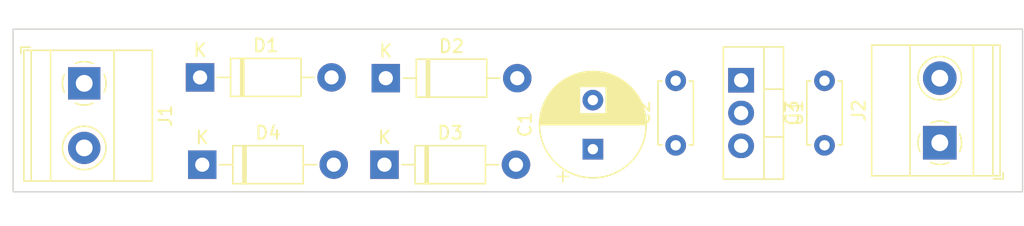
<source format=kicad_pcb>
(kicad_pcb (version 20211014) (generator pcbnew)
  (layers (0 "F.Cu" signal) (31 "B.Cu" signal) (34 "B.Paste" user) (35 "F.Paste" user) (36 "B.SilkS" user "B.Silkscreen") (37 "F.SilkS" user "F.Silkscreen") (38 "B.Mask" user) (39 "F.Mask" user) (44 "Edge.Cuts" user))
  (net 0 "")
  (net 1 "Net-(D1-Pad1)")
  (net 2 "Net-(D2-Pad1)")
  (net 3 "Net-(C3-Pad1)")
  (net 4 "GND")
  (net 5 "Net-(C1-Pad1)")
  (footprint "TerminalBlock_Phoenix:TerminalBlock_Phoenix_MKDS-1,5-2_1x02_P5.00mm_Horizontal" (layer "F.Cu") (at 138.705 76.1 90)
    (fp_text reference "J2" (at 2.5 -6.26 90) (layer "F.SilkS"))
    (fp_text value "Screw_Terminal_01x02")
    (fp_line (start 6.07 -1.275) (end 6.035 -1.239) (layer "F.SilkS") (width 0.12))
    (fp_line (start -2.56 2.6) (end 7.56 2.6) (layer "F.SilkS") (width 0.12))
    (fp_line (start 3.773 1.023) (end 3.726 1.069) (layer "F.SilkS") (width 0.12))
    (fp_line (start -2.8 4.16) (end -2.8 4.9) (layer "F.SilkS") (width 0.12))
    (fp_line (start -2.56 4.1) (end 7.56 4.1) (layer "F.SilkS") (width 0.12))
    (fp_line (start -2.56 -5.261) (end 7.56 -5.261) (layer "F.SilkS") (width 0.12))
    (fp_line (start -2.56 -5.261) (end -2.56 4.66) (layer "F.SilkS") (width 0.12))
    (fp_line (start -2.56 -2.301) (end 7.56 -2.301) (layer "F.SilkS") (width 0.12))
    (fp_line (start 6.275 -1.069) (end 6.228 -1.023) (layer "F.SilkS") (width 0.12))
    (fp_line (start -2.56 4.66) (end 7.56 4.66) (layer "F.SilkS") (width 0.12))
    (fp_line (start -2.8 4.9) (end -2.3 4.9) (layer "F.SilkS") (width 0.12))
    (fp_line (start 7.56 -5.261) (end 7.56 4.66) (layer "F.SilkS") (width 0.12))
    (fp_line (start 3.966 1.239) (end 3.931 1.274) (layer "F.SilkS") (width 0.12))
    (fp_arc (start 1.535427 -0.683042) (mid 1.680501 0.000524) (end 1.535 0.684) (layer "F.SilkS") (width 0.12))
    (fp_arc (start 0.028805 1.680253) (mid -0.335551 1.646659) (end -0.684 1.535) (layer "F.SilkS") (width 0.12))
    (fp_arc (start -0.683042 -1.535427) (mid 0.000524 -1.680501) (end 0.684 -1.535) (layer "F.SilkS") (width 0.12))
    (fp_arc (start 0.683318 1.534756) (mid 0.349292 1.643288) (end 0 1.68) (layer "F.SilkS") (width 0.12))
    (fp_arc (start -1.535427 0.683042) (mid -1.680501 -0.000524) (end -1.535 -0.684) (layer "F.SilkS") (width 0.12))
    (fp_circle (center 5 0) (end 6.68 0) (layer "F.SilkS") (width 0.12) (fill none))
    (pad "1" thru_hole rect (at 0 0 90) (size 2.6 2.6) (drill 1.3) (layers *.Cu *.Mask) (net 3 "Net-(C3-Pad1)"))
    (pad "2" thru_hole circle (at 5 0 90) (size 2.6 2.6) (drill 1.3) (layers *.Cu *.Mask) (net 4 "GND"))
  )
  (footprint "Capacitor_THT:C_Disc_D4.7mm_W2.5mm_P5.00mm" (layer "F.Cu") (at 118.3 76.3 90)
    (fp_text reference "C2" (at 2.5 -2.5 90) (layer "F.SilkS"))
    (fp_text value "0.1u")
    (fp_line (start 0.03 -1.37) (end 0.03 -1.055) (layer "F.SilkS") (width 0.12))
    (fp_line (start 0.03 1.055) (end 0.03 1.37) (layer "F.SilkS") (width 0.12))
    (fp_line (start 4.97 1.055) (end 4.97 1.37) (layer "F.SilkS") (width 0.12))
    (fp_line (start 0.03 -1.37) (end 4.97 -1.37) (layer "F.SilkS") (width 0.12))
    (fp_line (start 0.03 1.37) (end 4.97 1.37) (layer "F.SilkS") (width 0.12))
    (fp_line (start 4.97 -1.37) (end 4.97 -1.055) (layer "F.SilkS") (width 0.12))
    (pad "1" thru_hole circle (at 0 0 90) (size 1.6 1.6) (drill 0.8) (layers *.Cu *.Mask) (net 5 "Net-(C1-Pad1)"))
    (pad "2" thru_hole circle (at 5 0 90) (size 1.6 1.6) (drill 0.8) (layers *.Cu *.Mask) (net 4 "GND"))
  )
  (footprint "Diode_THT:D_DO-41_SOD81_P10.16mm_Horizontal" (layer "F.Cu") (at 81.55 71.04)
    (fp_text reference "D1" (at 5.08 -2.47) (layer "F.SilkS"))
    (fp_text value "1N4007")
    (fp_text user "K" (at 0 -2.1) (layer "F.SilkS"))
    (fp_line (start 3.26 -1.47) (end 3.26 1.47) (layer "F.SilkS") (width 0.12))
    (fp_line (start 7.8 1.47) (end 7.8 -1.47) (layer "F.SilkS") (width 0.12))
    (fp_line (start 1.34 0) (end 2.36 0) (layer "F.SilkS") (width 0.12))
    (fp_line (start 8.82 0) (end 7.8 0) (layer "F.SilkS") (width 0.12))
    (fp_line (start 7.8 -1.47) (end 2.36 -1.47) (layer "F.SilkS") (width 0.12))
    (fp_line (start 3.14 -1.47) (end 3.14 1.47) (layer "F.SilkS") (width 0.12))
    (fp_line (start 2.36 -1.47) (end 2.36 1.47) (layer "F.SilkS") (width 0.12))
    (fp_line (start 2.36 1.47) (end 7.8 1.47) (layer "F.SilkS") (width 0.12))
    (fp_line (start 3.38 -1.47) (end 3.38 1.47) (layer "F.SilkS") (width 0.12))
    (pad "1" thru_hole rect (at 0 0) (size 2.2 2.2) (drill 1.1) (layers *.Cu *.Mask) (net 1 "Net-(D1-Pad1)"))
    (pad "2" thru_hole oval (at 10.16 0) (size 2.2 2.2) (drill 1.1) (layers *.Cu *.Mask) (net 4 "GND"))
  )
  (footprint "Diode_THT:D_DO-41_SOD81_P10.16mm_Horizontal" (layer "F.Cu") (at 81.72 77.8)
    (fp_text reference "D4" (at 5.08 -2.47) (layer "F.SilkS"))
    (fp_text value "1N4007")
    (fp_text user "K" (at 0 -2.1) (layer "F.SilkS"))
    (fp_line (start 7.8 1.47) (end 7.8 -1.47) (layer "F.SilkS") (width 0.12))
    (fp_line (start 3.38 -1.47) (end 3.38 1.47) (layer "F.SilkS") (width 0.12))
    (fp_line (start 3.26 -1.47) (end 3.26 1.47) (layer "F.SilkS") (width 0.12))
    (fp_line (start 2.36 -1.47) (end 2.36 1.47) (layer "F.SilkS") (width 0.12))
    (fp_line (start 7.8 -1.47) (end 2.36 -1.47) (layer "F.SilkS") (width 0.12))
    (fp_line (start 1.34 0) (end 2.36 0) (layer "F.SilkS") (width 0.12))
    (fp_line (start 2.36 1.47) (end 7.8 1.47) (layer "F.SilkS") (width 0.12))
    (fp_line (start 8.82 0) (end 7.8 0) (layer "F.SilkS") (width 0.12))
    (fp_line (start 3.14 -1.47) (end 3.14 1.47) (layer "F.SilkS") (width 0.12))
    (pad "1" thru_hole rect (at 0 0) (size 2.2 2.2) (drill 1.1) (layers *.Cu *.Mask) (net 5 "Net-(C1-Pad1)"))
    (pad "2" thru_hole oval (at 10.16 0) (size 2.2 2.2) (drill 1.1) (layers *.Cu *.Mask) (net 1 "Net-(D1-Pad1)"))
  )
  (footprint "Capacitor_THT:C_Disc_D4.7mm_W2.5mm_P5.00mm" (layer "F.Cu") (at 129.8 76.3 90)
    (fp_text reference "C3" (at 2.5 -2.5 90) (layer "F.SilkS"))
    (fp_text value "0.1u")
    (fp_line (start 4.97 1.055) (end 4.97 1.37) (layer "F.SilkS") (width 0.12))
    (fp_line (start 0.03 -1.37) (end 4.97 -1.37) (layer "F.SilkS") (width 0.12))
    (fp_line (start 0.03 -1.37) (end 0.03 -1.055) (layer "F.SilkS") (width 0.12))
    (fp_line (start 4.97 -1.37) (end 4.97 -1.055) (layer "F.SilkS") (width 0.12))
    (fp_line (start 0.03 1.055) (end 0.03 1.37) (layer "F.SilkS") (width 0.12))
    (fp_line (start 0.03 1.37) (end 4.97 1.37) (layer "F.SilkS") (width 0.12))
    (pad "1" thru_hole circle (at 0 0 90) (size 1.6 1.6) (drill 0.8) (layers *.Cu *.Mask) (net 3 "Net-(C3-Pad1)"))
    (pad "2" thru_hole circle (at 5 0 90) (size 1.6 1.6) (drill 0.8) (layers *.Cu *.Mask) (net 4 "GND"))
  )
  (footprint "Package_TO_SOT_THT:TO-220-3_Vertical" (layer "F.Cu") (at 123.355 71.26 -90)
    (fp_text reference "U1" (at 2.54 -4.27 90) (layer "F.SilkS"))
    (fp_text value "LM7805_TO220")
    (fp_line (start -2.58 -3.27) (end -2.58 1.371) (layer "F.SilkS") (width 0.12))
    (fp_line (start -2.58 1.371) (end 7.66 1.371) (layer "F.SilkS") (width 0.12))
    (fp_line (start -2.58 -1.76) (end 7.66 -1.76) (layer "F.SilkS") (width 0.12))
    (fp_line (start 4.391 -3.27) (end 4.391 -1.76) (layer "F.SilkS") (width 0.12))
    (fp_line (start 0.69 -3.27) (end 0.69 -1.76) (layer "F.SilkS") (width 0.12))
    (fp_line (start 7.66 -3.27) (end 7.66 1.371) (layer "F.SilkS") (width 0.12))
    (fp_line (start -2.58 -3.27) (end 7.66 -3.27) (layer "F.SilkS") (width 0.12))
    (pad "1" thru_hole rect (at 0 0 270) (size 1.905 2) (drill 1.1) (layers *.Cu *.Mask) (net 5 "Net-(C1-Pad1)"))
    (pad "2" thru_hole oval (at 2.54 0 270) (size 1.905 2) (drill 1.1) (layers *.Cu *.Mask) (net 4 "GND"))
    (pad "3" thru_hole oval (at 5.08 0 270) (size 1.905 2) (drill 1.1) (layers *.Cu *.Mask) (net 3 "Net-(C3-Pad1)"))
  )
  (footprint "TerminalBlock_Phoenix:TerminalBlock_Phoenix_MKDS-1,5-2_1x02_P5.00mm_Horizontal" (layer "F.Cu") (at 72.6 71.5 -90)
    (fp_text reference "J1" (at 2.5 -6.26 90) (layer "F.SilkS"))
    (fp_text value "Screw_Terminal_01x02")
    (fp_line (start -2.56 -5.261) (end 7.56 -5.261) (layer "F.SilkS") (width 0.12))
    (fp_line (start -2.8 4.9) (end -2.3 4.9) (layer "F.SilkS") (width 0.12))
    (fp_line (start 6.275 -1.069) (end 6.228 -1.023) (layer "F.SilkS") (width 0.12))
    (fp_line (start -2.56 4.1) (end 7.56 4.1) (layer "F.SilkS") (width 0.12))
    (fp_line (start 7.56 -5.261) (end 7.56 4.66) (layer "F.SilkS") (width 0.12))
    (fp_line (start 3.773 1.023) (end 3.726 1.069) (layer "F.SilkS") (width 0.12))
    (fp_line (start -2.8 4.16) (end -2.8 4.9) (layer "F.SilkS") (width 0.12))
    (fp_line (start -2.56 2.6) (end 7.56 2.6) (layer "F.SilkS") (width 0.12))
    (fp_line (start -2.56 4.66) (end 7.56 4.66) (layer "F.SilkS") (width 0.12))
    (fp_line (start 6.07 -1.275) (end 6.035 -1.239) (layer "F.SilkS") (width 0.12))
    (fp_line (start -2.56 -2.301) (end 7.56 -2.301) (layer "F.SilkS") (width 0.12))
    (fp_line (start 3.966 1.239) (end 3.931 1.274) (layer "F.SilkS") (width 0.12))
    (fp_line (start -2.56 -5.261) (end -2.56 4.66) (layer "F.SilkS") (width 0.12))
    (fp_arc (start 0.028805 1.680253) (mid -0.335551 1.646659) (end -0.684 1.535) (layer "F.SilkS") (width 0.12))
    (fp_arc (start 0.683318 1.534756) (mid 0.349292 1.643288) (end 0 1.68) (layer "F.SilkS") (width 0.12))
    (fp_arc (start -0.683042 -1.535427) (mid 0.000524 -1.680501) (end 0.684 -1.535) (layer "F.SilkS") (width 0.12))
    (fp_arc (start 1.535427 -0.683042) (mid 1.680501 0.000524) (end 1.535 0.684) (layer "F.SilkS") (width 0.12))
    (fp_arc (start -1.535427 0.683042) (mid -1.680501 -0.000524) (end -1.535 -0.684) (layer "F.SilkS") (width 0.12))
    (fp_circle (center 5 0) (end 6.68 0) (layer "F.SilkS") (width 0.12) (fill none))
    (pad "1" thru_hole rect (at 0 0 270) (size 2.5 2.5) (drill 1.3) (layers *.Cu *.Mask) (net 1 "Net-(D1-Pad1)"))
    (pad "2" thru_hole circle (at 5 0 270) (size 2.5 2.5) (drill 1.3) (layers *.Cu *.Mask) (net 2 "Net-(D2-Pad1)"))
  )
  (footprint "Capacitor_THT:CP_Radial_D8.0mm_P3.80mm" (layer "F.Cu") (at 111.9 76.6 90)
    (fp_text reference "C1" (at 1.9 -5.25 90) (layer "F.SilkS"))
    (fp_text value "470u")
    (fp_line (start 2.781 -3.985) (end 2.781 -1.04) (layer "F.SilkS") (width 0.12))
    (fp_line (start 3.701 1.04) (end 3.701 3.666) (layer "F.SilkS") (width 0.12))
    (fp_line (start 2.3 -4.061) (end 2.3 4.061) (layer "F.SilkS") (width 0.12))
    (fp_line (start 5.221 -2.4) (end 5.221 2.4) (layer "F.SilkS") (width 0.12))
    (fp_line (start 4.861 -2.826) (end 4.861 2.826) (layer "F.SilkS") (width 0.12))
    (fp_line (start 3.101 1.04) (end 3.101 3.902) (layer "F.SilkS") (width 0.12))
    (fp_line (start 3.581 -3.722) (end 3.581 -1.04) (layer "F.SilkS") (width 0.12))
    (fp_line (start 3.301 1.04) (end 3.301 3.835) (layer "F.SilkS") (width 0.12))
    (fp_line (start 3.981 -3.517) (end 3.981 -1.04) (layer "F.SilkS") (width 0.12))
    (fp_line (start 2.981 1.04) (end 2.981 3.936) (layer "F.SilkS") (width 0.12))
    (fp_line (start 3.621 -3.704) (end 3.621 -1.04) (layer "F.SilkS") (width 0.12))
    (fp_line (start 2.46 -4.042) (end 2.46 4.042) (layer "F.SilkS") (width 0.12))
    (fp_line (start 3.581 1.04) (end 3.581 3.722) (layer "F.SilkS") (width 0.12))
    (fp_line (start -2.109698 -2.715) (end -2.109698 -1.915) (layer "F.SilkS") (width 0.12))
    (fp_line (start 2.821 -3.976) (end 2.821 -1.04) (layer "F.SilkS") (width 0.12))
    (fp_line (start 5.061 -2.604) (end 5.061 2.604) (layer "F.SilkS") (width 0.12))
    (fp_line (start 2.981 -3.936) (end 2.981 -1.04) (layer "F.SilkS") (width 0.12))
    (fp_line (start 3.461 1.04) (end 3.461 3.774) (layer "F.SilkS") (width 0.12))
    (fp_line (start 4.141 -3.418) (end 4.141 -1.04) (layer "F.SilkS") (width 0.12))
    (fp_line (start 3.141 1.04) (end 3.141 3.889) (layer "F.SilkS") (width 0.12))
    (fp_line (start 3.221 -3.863) (end 3.221 -1.04) (layer "F.SilkS") (width 0.12))
    (fp_line (start 3.941 1.04) (end 3.941 3.54) (layer "F.SilkS") (width 0.12))
    (fp_line (start 3.021 -3.925) (end 3.021 -1.04) (layer "F.SilkS") (width 0.12))
    (fp_line (start 3.821 1.04) (end 3.821 3.606) (layer "F.SilkS") (width 0.12))
    (fp_line (start 3.341 -3.821) (end 3.341 -1.04) (layer "F.SilkS") (width 0.12))
    (fp_line (start 2.901 -3.957) (end 2.901 -1.04) (layer "F.SilkS") (width 0.12))
    (fp_line (start 3.261 1.04) (end 3.261 3.85) (layer "F.SilkS") (width 0.12))
    (fp_line (start 4.821 -2.867) (end 4.821 -1.04) (layer "F.SilkS") (width 0.12))
    (fp_line (start 3.781 1.04) (end 3.781 3.627) (layer "F.SilkS") (width 0.12))
    (fp_line (start 5.541 -1.89) (end 5.541 1.89) (layer "F.SilkS") (width 0.12))
    (fp_line (start 4.381 1.04) (end 4.381 3.25) (layer "F.SilkS") (width 0.12))
    (fp_line (start 5.341 -2.228) (end 5.341 2.228) (layer "F.SilkS") (width 0.12))
    (fp_line (start 4.461 -3.189) (end 4.461 -1.04) (layer "F.SilkS") (width 0.12))
    (fp_line (start 2.5 -4.037) (end 2.5 4.037) (layer "F.SilkS") (width 0.12))
    (fp_line (start 5.261 -2.345) (end 5.261 2.345) (layer "F.SilkS") (width 0.12))
    (fp_line (start 4.501 1.04) (end 4.501 3.156) (layer "F.SilkS") (width 0.12))
    (fp_line (start 5.181 -2.454) (end 5.181 2.454) (layer "F.SilkS") (width 0.12))
    (fp_line (start 4.821 1.04) (end 4.821 2.867) (layer "F.SilkS") (width 0.12))
    (fp_line (start 5.381 -2.166) (end 5.381 2.166) (layer "F.SilkS") (width 0.12))
    (fp_line (start 3.381 1.04) (end 3.381 3.805) (layer "F.SilkS") (width 0.12))
    (fp_line (start 5.461 -2.034) (end 5.461 2.034) (layer "F.SilkS") (width 0.12))
    (fp_line (start 2.22 -4.068) (end 2.22 4.068) (layer "F.SilkS") (width 0.12))
    (fp_line (start 5.621 -1.731) (end 5.621 1.731) (layer "F.SilkS") (width 0.12))
    (fp_line (start 2.38 -4.052) (end 2.38 4.052) (layer "F.SilkS") (width 0.12))
    (fp_line (start 4.661 -3.019) (end 4.661 -1.04) (layer "F.SilkS") (width 0.12))
    (fp_line (start 2.821 1.04) (end 2.821 3.976) (layer "F.SilkS") (width 0.12))
    (fp_line (start 4.621 1.04) (end 4.621 3.055) (layer "F.SilkS") (width 0.12))
    (fp_line (start 5.141 -2.505) (end 5.141 2.505) (layer "F.SilkS") (width 0.12))
    (fp_line (start 4.061 -3.469) (end 4.061 -1.04) (layer "F.SilkS") (width 0.12))
    (fp_line (start 2.861 1.04) (end 2.861 3.967) (layer "F.SilkS") (width 0.12))
    (fp_line (start 4.261 -3.338) (end 4.261 -1.04) (layer "F.SilkS") (width 0.12))
    (fp_line (start 1.94 -4.08) (end 1.94 4.08) (layer "F.SilkS") (width 0.12))
    (fp_line (start 4.981 -2.697) (end 4.981 2.697) (layer "F.SilkS") (width 0.12))
    (fp_line (start 1.98 -4.08) (end 1.98 4.08) (layer "F.SilkS") (width 0.12))
    (fp_line (start 4.581 1.04) (end 4.581 3.09) (layer "F.SilkS") (width 0.12))
    (fp_line (start 3.181 1.04) (end 3.181 3.877) (layer "F.SilkS") (width 0.12))
    (fp_line (start 3.701 -3.666) (end 3.701 -1.04) (layer "F.SilkS") (width 0.12))
    (fp_line (start -2.509698 -2.315) (end -1.709698 -2.315) (layer "F.SilkS") (width 0.12))
    (fp_line (start 2.02 -4.079) (end 2.02 4.079) (layer "F.SilkS") (width 0.12))
    (fp_line (start 5.701 -1.552) (end 5.701 1.552) (layer "F.SilkS") (width 0.12))
    (fp_line (start 5.501 -1.964) (end 5.501 1.964) (layer "F.SilkS") (width 0.12))
    (fp_line (start 5.981 -0.533) (end 5.981 0.533) (layer "F.SilkS") (width 0.12))
    (fp_line (start 2.901 1.04) (end 2.901 3.957) (layer "F.SilkS") (width 0.12))
    (fp_line (start 4.341 -3.28) (end 4.341 -1.04) (layer "F.SilkS") (width 0.12))
    (fp_line (start 4.661 1.04) (end 4.661 3.019) (layer "F.SilkS") (width 0.12))
    (fp_line (start 3.621 1.04) (end 3.621 3.704) (layer "F.SilkS") (width 0.12))
    (fp_line (start 4.421 1.04) (end 4.421 3.22) (layer "F.SilkS") (width 0.12))
    (fp_line (start 4.701 -2.983) (end 4.701 -1.04) (layer "F.SilkS") (width 0.12))
    (fp_line (start 3.261 -3.85) (end 3.261 -1.04) (layer "F.SilkS") (width 0.12))
    (fp_line (start 2.18 -4.071) (end 2.18 4.071) (layer "F.SilkS") (width 0.12))
    (fp_line (start 4.221 -3.365) (end 4.221 -1.04) (layer "F.SilkS") (width 0.12))
    (fp_line (start 5.101 -2.556) (end 5.101 2.556) (layer "F.SilkS") (width 0.12))
    (fp_line (start 2.941 1.04) (end 2.941 3.947) (layer "F.SilkS") (width 0.12))
    (fp_line (start 4.301 -3.309) (end 4.301 -1.04) (layer "F.SilkS") (width 0.12))
    (fp_line (start 2.58 -4.024) (end 2.58 4.024) (layer "F.SilkS") (width 0.12))
    (fp_line (start 5.581 -1.813) (end 5.581 1.813) (layer "F.SilkS") (width 0.12))
    (fp_line (start 5.901 -0.948) (end 5.901 0.948) (layer "F.SilkS") (width 0.12))
    (fp_line (start 3.501 -3.757) (end 3.501 -1.04) (layer "F.SilkS") (width 0.12))
    (fp_line (start 4.021 -3.493) (end 4.021 -1.04) (layer "F.SilkS") (width 0.12))
    (fp_line (start 5.861 -1.098) (end 5.861 1.098) (layer "F.SilkS") (width 0.12))
    (fp_line (start 2.621 -4.017) (end 2.621 4.017) (layer "F.SilkS") (width 0.12))
    (fp_line (start 2.1 -4.076) (end 2.1 4.076) (layer "F.SilkS") (width 0.12))
    (fp_line (start 4.741 1.04) (end 4.741 2.945) (layer "F.SilkS") (width 0.12))
    (fp_line (start 3.981 1.04) (end 3.981 3.517) (layer "F.SilkS") (width 0.12))
    (fp_line (start 2.941 -3.947) (end 2.941 -1.04) (layer "F.SilkS") (width 0.12))
    (fp_line (start 4.621 -3.055) (end 4.621 -1.04) (layer "F.SilkS") (width 0.12))
    (fp_line (start 5.661 -1.645) (end 5.661 1.645) (layer "F.SilkS") (width 0.12))
    (fp_line (start 4.941 -2.741) (end 4.941 2.741) (layer "F.SilkS") (width 0.12))
    (fp_line (start 2.34 -4.057) (end 2.34 4.057) (layer "F.SilkS") (width 0.12))
    (fp_line (start 3.861 1.04) (end 3.861 3.584) (layer "F.SilkS") (width 0.12))
    (fp_line (start 2.781 1.04) (end 2.781 3.985) (layer "F.SilkS") (width 0.12))
    (fp_line (start 4.221 1.04) (end 4.221 3.365) (layer "F.SilkS") (width 0.12))
    (fp_line (start 5.741 -1.453) (end 5.741 1.453) (layer "F.SilkS") (width 0.12))
    (fp_line (start 3.221 1.04) (end 3.221 3.863) (layer "F.SilkS") (width 0.12))
    (fp_line (start 5.821 -1.229) (end 5.821 1.229) (layer "F.SilkS") (width 0.12))
    (fp_line (start 4.181 1.04) (end 4.181 3.392) (layer "F.SilkS") (width 0.12))
    (fp_line (start 3.421 -3.79) (end 3.421 -1.04) (layer "F.SilkS") (width 0.12))
    (fp_line (start 2.42 -4.048) (end 2.42 4.048) (layer "F.SilkS") (width 0.12))
    (fp_line (start 3.541 1.04) (end 3.541 3.74) (layer "F.SilkS") (width 0.12))
    (fp_line (start 4.341 1.04) (end 4.341 3.28) (layer "F.SilkS") (width 0.12))
    (fp_line (start 3.421 1.04) (end 3.421 3.79) (layer "F.SilkS") (width 0.12))
    (fp_line (start 3.861 -3.584) (end 3.861 -1.04) (layer "F.SilkS") (width 0.12))
    (fp_line (start 4.781 1.04) (end 4.781 2.907) (layer "F.SilkS") (width 0.12))
    (fp_line (start 4.461 1.04) (end 4.461 3.189) (layer "F.SilkS") (width 0.12))
    (fp_line (start 2.661 -4.01) (end 2.661 4.01) (layer "F.SilkS") (width 0.12))
    (fp_line (start 4.901 -2.784) (end 4.901 2.784) (layer "F.SilkS") (width 0.12))
    (fp_line (start 4.101 -3.444) (end 4.101 -1.04) (layer "F.SilkS") (width 0.12))
    (fp_line (start 4.701 1.04) (end 4.701 2.983) (layer "F.SilkS") (width 0.12))
    (fp_line (start 4.141 1.04) (end 4.141 3.418) (layer "F.SilkS") (width 0.12))
    (fp_line (start 3.301 -3.835) (end 3.301 -1.04) (layer "F.SilkS") (width 0.12))
    (fp_line (start 2.06 -4.077) (end 2.06 4.077) (layer "F.SilkS") (width 0.12))
    (fp_line (start 4.421 -3.22) (end 4.421 -1.04) (layer "F.SilkS") (width 0.12))
    (fp_line (start 3.141 -3.889) (end 3.141 -1.04) (layer "F.SilkS") (width 0.12))
    (fp_line (start 4.781 -2.907) (end 4.781 -1.04) (layer "F.SilkS") (width 0.12))
    (fp_line (start 3.741 -3.647) (end 3.741 -1.04) (layer "F.SilkS") (width 0.12))
    (fp_line (start 3.901 1.04) (end 3.901 3.562) (layer "F.SilkS") (width 0.12))
    (fp_line (start 3.061 -3.914) (end 3.061 -1.04) (layer "F.SilkS") (width 0.12))
    (fp_line (start 5.781 -1.346) (end 5.781 1.346) (layer "F.SilkS") (width 0.12))
    (fp_line (start 2.741 -3.994) (end 2.741 3.994) (layer "F.SilkS") (width 0.12))
    (fp_line (start 3.101 -3.902) (end 3.101 -1.04) (layer "F.SilkS") (width 0.12))
    (fp_line (start 2.26 -4.065) (end 2.26 4.065) (layer "F.SilkS") (width 0.12))
    (fp_line (start 4.541 -3.124) (end 4.541 -1.04) (layer "F.SilkS") (width 0.12))
    (fp_line (start 1.9 -4.08) (end 1.9 4.08) (layer "F.SilkS") (width 0.12))
    (fp_line (start 3.181 -3.877) (end 3.181 -1.04) (layer "F.SilkS") (width 0.12))
    (fp_line (start 3.901 -3.562) (end 3.901 -1.04) (layer "F.SilkS") (width 0.12))
    (fp_line (start 2.54 -4.03) (end 2.54 4.03) (layer "F.SilkS") (width 0.12))
    (fp_line (start 5.941 -0.768) (end 5.941 0.768) (layer "F.SilkS") (width 0.12))
    (fp_line (start 4.501 -3.156) (end 4.501 -1.04) (layer "F.SilkS") (width 0.12))
    (fp_line (start 4.541 1.04) (end 4.541 3.124) (layer "F.SilkS") (width 0.12))
    (fp_line (start 4.381 -3.25) (end 4.381 -1.04) (layer "F.SilkS") (width 0.12))
    (fp_line (start 5.301 -2.287) (end 5.301 2.287) (layer "F.SilkS") (width 0.12))
    (fp_line (start 3.781 -3.627) (end 3.781 -1.04) (layer "F.SilkS") (width 0.12))
    (fp_line (start 5.021 -2.651) (end 5.021 2.651) (layer "F.SilkS") (width 0.12))
    (fp_line (start 3.381 -3.805) (end 3.381 -1.04) (layer "F.SilkS") (width 0.12))
    (fp_line (start 3.661 1.04) (end 3.661 3.686) (layer "F.SilkS") (width 0.12))
    (fp_line (start 5.421 -2.102) (end 5.421 2.102) (layer "F.SilkS") (width 0.12))
    (fp_line (start 4.101 1.04) (end 4.101 3.444) (layer "F.SilkS") (width 0.12))
    (fp_line (start 4.061 1.04) (end 4.061 3.469) (layer "F.SilkS") (width 0.12))
    (fp_line (start 3.341 1.04) (end 3.341 3.821) (layer "F.SilkS") (width 0.12))
    (fp_line (start 2.14 -4.074) (end 2.14 4.074) (layer "F.SilkS") (width 0.12))
    (fp_line (start 3.021 1.04) (end 3.021 3.925) (layer "F.SilkS") (width 0.12))
    (fp_line (start 4.741 -2.945) (end 4.741 -1.04) (layer "F.SilkS") (width 0.12))
    (fp_line (start 4.021 1.04) (end 4.021 3.493) (layer "F.SilkS") (width 0.12))
    (fp_line (start 3.501 1.04) (end 3.501 3.757) (layer "F.SilkS") (width 0.12))
    (fp_line (start 3.821 -3.606) (end 3.821 -1.04) (layer "F.SilkS") (width 0.12))
    (fp_line (start 4.261 1.04) (end 4.261 3.338) (layer "F.SilkS") (width 0.12))
    (fp_line (start 3.741 1.04) (end 3.741 3.647) (layer "F.SilkS") (width 0.12))
    (fp_line (start 3.541 -3.74) (end 3.541 -1.04) (layer "F.SilkS") (width 0.12))
    (fp_line (start 3.661 -3.686) (end 3.661 -1.04) (layer "F.SilkS") (width 0.12))
    (fp_line (start 4.181 -3.392) (end 4.181 -1.04) (layer "F.SilkS") (width 0.12))
    (fp_line (start 3.061 1.04) (end 3.061 3.914) (layer "F.SilkS") (width 0.12))
    (fp_line (start 2.701 -4.002) (end 2.701 4.002) (layer "F.SilkS") (width 0.12))
    (fp_line (start 3.941 -3.54) (end 3.941 -1.04) (layer "F.SilkS") (width 0.12))
    (fp_line (start 4.581 -3.09) (end 4.581 -1.04) (layer "F.SilkS") (width 0.12))
    (fp_line (start 2.861 -3.967) (end 2.861 -1.04) (layer "F.SilkS") (width 0.12))
    (fp_line (start 3.461 -3.774) (end 3.461 -1.04) (layer "F.SilkS") (width 0.12))
    (fp_line (start 4.301 1.04) (end 4.301 3.309) (layer "F.SilkS") (width 0.12))
    (fp_circle (center 1.9 0) (end 6.02 0) (layer "F.SilkS") (width 0.12) (fill none))
    (pad "1" thru_hole rect (at 0 0 90) (size 1.6 1.6) (drill 0.8) (layers *.Cu *.Mask) (net 5 "Net-(C1-Pad1)"))
    (pad "2" thru_hole circle (at 3.8 0 90) (size 1.6 1.6) (drill 0.8) (layers *.Cu *.Mask) (net 4 "GND"))
  )
  (footprint "Diode_THT:D_DO-41_SOD81_P10.16mm_Horizontal" (layer "F.Cu") (at 95.9 71.1)
    (fp_text reference "D2" (at 5.08 -2.47) (layer "F.SilkS"))
    (fp_text value "1N4007")
    (fp_text user "K" (at 0 -2.1) (layer "F.SilkS"))
    (fp_line (start 8.82 0) (end 7.8 0) (layer "F.SilkS") (width 0.12))
    (fp_line (start 3.38 -1.47) (end 3.38 1.47) (layer "F.SilkS") (width 0.12))
    (fp_line (start 3.26 -1.47) (end 3.26 1.47) (layer "F.SilkS") (width 0.12))
    (fp_line (start 7.8 1.47) (end 7.8 -1.47) (layer "F.SilkS") (width 0.12))
    (fp_line (start 7.8 -1.47) (end 2.36 -1.47) (layer "F.SilkS") (width 0.12))
    (fp_line (start 3.14 -1.47) (end 3.14 1.47) (layer "F.SilkS") (width 0.12))
    (fp_line (start 1.34 0) (end 2.36 0) (layer "F.SilkS") (width 0.12))
    (fp_line (start 2.36 -1.47) (end 2.36 1.47) (layer "F.SilkS") (width 0.12))
    (fp_line (start 2.36 1.47) (end 7.8 1.47) (layer "F.SilkS") (width 0.12))
    (pad "1" thru_hole rect (at 0 0) (size 2.2 2.2) (drill 1.1) (layers *.Cu *.Mask) (net 2 "Net-(D2-Pad1)"))
    (pad "2" thru_hole oval (at 10.16 0) (size 2.2 2.2) (drill 1.1) (layers *.Cu *.Mask) (net 4 "GND"))
  )
  (footprint "Diode_THT:D_DO-41_SOD81_P10.16mm_Horizontal" (layer "F.Cu") (at 95.8 77.8)
    (fp_text reference "D3" (at 5.08 -2.47) (layer "F.SilkS"))
    (fp_text value "1N4007")
    (fp_text user "K" (at 0 -2.1) (layer "F.SilkS"))
    (fp_line (start 3.14 -1.47) (end 3.14 1.47) (layer "F.SilkS") (width 0.12))
    (fp_line (start 7.8 -1.47) (end 2.36 -1.47) (layer "F.SilkS") (width 0.12))
    (fp_line (start 2.36 1.47) (end 7.8 1.47) (layer "F.SilkS") (width 0.12))
    (fp_line (start 1.34 0) (end 2.36 0) (layer "F.SilkS") (width 0.12))
    (fp_line (start 2.36 -1.47) (end 2.36 1.47) (layer "F.SilkS") (width 0.12))
    (fp_line (start 3.26 -1.47) (end 3.26 1.47) (layer "F.SilkS") (width 0.12))
    (fp_line (start 8.82 0) (end 7.8 0) (layer "F.SilkS") (width 0.12))
    (fp_line (start 3.38 -1.47) (end 3.38 1.47) (layer "F.SilkS") (width 0.12))
    (fp_line (start 7.8 1.47) (end 7.8 -1.47) (layer "F.SilkS") (width 0.12))
    (pad "1" thru_hole rect (at 0 0) (size 2.2 2.2) (drill 1.1) (layers *.Cu *.Mask) (net 5 "Net-(C1-Pad1)"))
    (pad "2" thru_hole oval (at 10.16 0) (size 2.2 2.2) (drill 1.1) (layers *.Cu *.Mask) (net 2 "Net-(D2-Pad1)"))
  )
  (gr_rect (start 67.1 67.3) (end 145.1 79.9) (layer "Edge.Cuts") (width 0.1) (fill none))
  (segment (start 81.72 71.21) (end 81.55 71.04) (width 0.75) (layer "B.Cu") (net 1))
  (segment (start 81.89 71.04) (end 81.72 71.21) (width 0.75) (layer "B.Cu") (net 1))
  (segment (start 130 76.1) (end 129.9 76.2) (width 0.75) (layer "F.Cu") (net 3))
  (segment (start 129.9 76.2) (end 129.8 76.3) (width 0.75) (layer "F.Cu") (net 3))
  (segment (start 129.9 71.2) (end 129.8 71.3) (width 0.75) (layer "F.Cu") (net 4))
  (segment (start 130 71.1) (end 129.9 71.2) (width 0.75) (layer "F.Cu") (net 4))
  (segment (start 138.605 71.2) (end 138.655 71.15) (width 0.75) (layer "F.Cu") (net 4))
  (segment (start 138.655 71.15) (end 138.705 71.1) (width 0.75) (layer "F.Cu") (net 4))
  (segment (start 118.315 76.3) (end 118.3 76.3) (width 0.75) (layer "F.Cu") (net 5))
)
</source>
